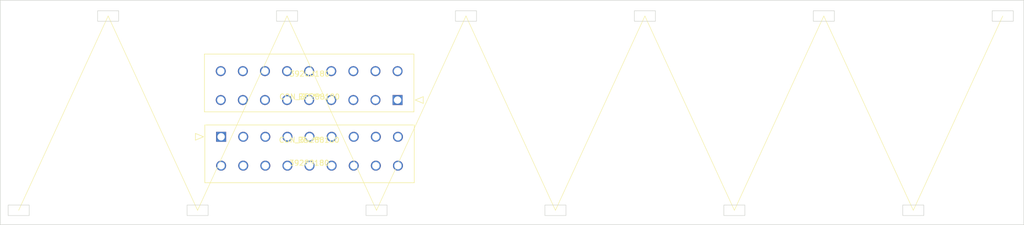
<source format=kicad_pcb>
(kicad_pcb (version 20211014) (generator pcbnew)
  (layers (0 "F.Cu" signal) (31 "B.Cu" signal) (34 "B.Paste" user) (35 "F.Paste" user) (36 "B.SilkS" user "B.Silkscreen") (37 "F.SilkS" user "F.Silkscreen") (38 "B.Mask" user) (39 "F.Mask" user) (44 "Edge.Cuts" user))
  (net 0 "")
  (footprint "FSAE_downloads:Molex minifit jr 18pin header 39288180" (layer "F.Cu") (at 109 91 180)
    (fp_text reference "REF**" (at 16.799992 -7.62) (layer "F.SilkS"))
    (fp_text value "CON_39288180" (at 16.799992 -7.62) (layer "F.SilkS"))
    (fp_text user "*" (at 0 0) (layer "F.SilkS"))
    (fp_text user "39288180" (at 16.799992 -11.989999) (layer "F.SilkS"))
    (fp_line (start -4.877969 0.635) (end -3.353969 0) (layer "F.SilkS") (width 0.12))
    (fp_line (start 36.699952 -2.250001) (end -3.099968 -2.250001) (layer "F.SilkS") (width 0.12))
    (fp_line (start 36.699952 8.75) (end 36.699952 -2.250001) (layer "F.SilkS") (width 0.12))
    (fp_line (start -3.099968 -2.250001) (end -3.099968 8.75) (layer "F.SilkS") (width 0.12))
    (fp_line (start -3.353969 0) (end -4.877969 -0.635) (layer "F.SilkS") (width 0.12))
    (fp_line (start -4.877969 -0.635) (end -4.877969 0.635) (layer "F.SilkS") (width 0.12))
    (fp_line (start -3.099968 8.75) (end 36.699952 8.75) (layer "F.SilkS") (width 0.12))
    (pad "1" thru_hole rect (at 0 0 180) (size 1.9 1.9) (drill 1.4) (layers F&B.Cu *.Mask))
    (pad "2" thru_hole circle (at 4.199999 0 180) (size 1.9 1.9) (drill 1.4) (layers F&B.Cu *.Mask))
    (pad "3" thru_hole circle (at 8.399998 0 180) (size 1.9 1.9) (drill 1.4) (layers F&B.Cu *.Mask))
    (pad "4" thru_hole circle (at 12.599998 0 180) (size 1.9 1.9) (drill 1.4) (layers F&B.Cu *.Mask))
    (pad "5" thru_hole circle (at 16.799997 0 180) (size 1.9 1.9) (drill 1.4) (layers F&B.Cu *.Mask))
    (pad "6" thru_hole circle (at 20.999996 0 180) (size 1.9 1.9) (drill 1.4) (layers F&B.Cu *.Mask))
    (pad "7" thru_hole circle (at 25.199995 0 180) (size 1.9 1.9) (drill 1.4) (layers F&B.Cu *.Mask))
    (pad "8" thru_hole circle (at 29.399995 0 180) (size 1.9 1.9) (drill 1.4) (layers F&B.Cu *.Mask))
    (pad "9" thru_hole circle (at 33.599994 0 180) (size 1.9 1.9) (drill 1.4) (layers F&B.Cu *.Mask))
    (pad "10" thru_hole circle (at 0 5.499999 180) (size 1.9 1.9) (drill 1.4) (layers F&B.Cu *.Mask))
    (pad "11" thru_hole circle (at 4.199999 5.499999 180) (size 1.9 1.9) (drill 1.4) (layers F&B.Cu *.Mask))
    (pad "12" thru_hole circle (at 8.399998 5.499999 180) (size 1.9 1.9) (drill 1.4) (layers F&B.Cu *.Mask))
    (pad "13" thru_hole circle (at 12.599998 5.499999 180) (size 1.9 1.9) (drill 1.4) (layers F&B.Cu *.Mask))
    (pad "14" thru_hole circle (at 16.799997 5.499999 180) (size 1.9 1.9) (drill 1.4) (layers F&B.Cu *.Mask))
    (pad "15" thru_hole circle (at 20.999996 5.499999 180) (size 1.9 1.9) (drill 1.4) (layers F&B.Cu *.Mask))
    (pad "16" thru_hole circle (at 25.199995 5.499999 180) (size 1.9 1.9) (drill 1.4) (layers F&B.Cu *.Mask))
    (pad "17" thru_hole circle (at 29.399995 5.499999 180) (size 1.9 1.9) (drill 1.4) (layers F&B.Cu *.Mask))
    (pad "18" thru_hole circle (at 33.599994 5.499999 180) (size 1.9 1.9) (drill 1.4) (layers F&B.Cu *.Mask))
  )
  (footprint "FSAE_downloads:Molex minifit jr 18pin header 39288180" (layer "F.Cu") (at 75.471509 98)
    (fp_text reference "REF**" (at 16.799992 -7.62) (layer "F.SilkS"))
    (fp_text value "CON_39288180" (at 16.799992 -7.62) (layer "F.SilkS"))
    (fp_text user "*" (at 0 0) (layer "F.SilkS"))
    (fp_text user "39288180" (at 16.799992 -11.989999) (layer "F.SilkS"))
    (fp_line (start -3.099968 -2.250001) (end -3.099968 8.75) (layer "F.SilkS") (width 0.12))
    (fp_line (start 36.699952 -2.250001) (end -3.099968 -2.250001) (layer "F.SilkS") (width 0.12))
    (fp_line (start -3.099968 8.75) (end 36.699952 8.75) (layer "F.SilkS") (width 0.12))
    (fp_line (start 36.699952 8.75) (end 36.699952 -2.250001) (layer "F.SilkS") (width 0.12))
    (fp_line (start -4.877969 0.635) (end -3.353969 0) (layer "F.SilkS") (width 0.12))
    (fp_line (start -4.877969 -0.635) (end -4.877969 0.635) (layer "F.SilkS") (width 0.12))
    (fp_line (start -3.353969 0) (end -4.877969 -0.635) (layer "F.SilkS") (width 0.12))
    (pad "1" thru_hole rect (at 0 0) (size 1.9 1.9) (drill 1.4) (layers *.Cu *.Mask))
    (pad "2" thru_hole circle (at 4.199999 0) (size 1.9 1.9) (drill 1.4) (layers *.Cu *.Mask))
    (pad "3" thru_hole circle (at 8.399998 0) (size 1.9 1.9) (drill 1.4) (layers *.Cu *.Mask))
    (pad "4" thru_hole circle (at 12.599998 0) (size 1.9 1.9) (drill 1.4) (layers *.Cu *.Mask))
    (pad "5" thru_hole circle (at 16.799997 0) (size 1.9 1.9) (drill 1.4) (layers *.Cu *.Mask))
    (pad "6" thru_hole circle (at 20.999996 0) (size 1.9 1.9) (drill 1.4) (layers *.Cu *.Mask))
    (pad "7" thru_hole circle (at 25.199995 0) (size 1.9 1.9) (drill 1.4) (layers *.Cu *.Mask))
    (pad "8" thru_hole circle (at 29.399995 0) (size 1.9 1.9) (drill 1.4) (layers *.Cu *.Mask))
    (pad "9" thru_hole circle (at 33.599994 0) (size 1.9 1.9) (drill 1.4) (layers *.Cu *.Mask))
    (pad "10" thru_hole circle (at 0 5.499999) (size 1.9 1.9) (drill 1.4) (layers *.Cu *.Mask))
    (pad "11" thru_hole circle (at 4.199999 5.499999) (size 1.9 1.9) (drill 1.4) (layers *.Cu *.Mask))
    (pad "12" thru_hole circle (at 8.399998 5.499999) (size 1.9 1.9) (drill 1.4) (layers *.Cu *.Mask))
    (pad "13" thru_hole circle (at 12.599998 5.499999) (size 1.9 1.9) (drill 1.4) (layers *.Cu *.Mask))
    (pad "14" thru_hole circle (at 16.799997 5.499999) (size 1.9 1.9) (drill 1.4) (layers *.Cu *.Mask))
    (pad "15" thru_hole circle (at 20.999996 5.499999) (size 1.9 1.9) (drill 1.4) (layers *.Cu *.Mask))
    (pad "16" thru_hole circle (at 25.199995 5.499999) (size 1.9 1.9) (drill 1.4) (layers *.Cu *.Mask))
    (pad "17" thru_hole circle (at 29.399995 5.499999) (size 1.9 1.9) (drill 1.4) (layers *.Cu *.Mask))
    (pad "18" thru_hole circle (at 33.599994 5.499999) (size 1.9 1.9) (drill 1.4) (layers *.Cu *.Mask))
  )
  (gr_line (start 105 112) (end 122 75) (layer "F.SilkS") (width 0.1))
  (gr_line (start 71 112) (end 88 75) (layer "F.SilkS") (width 0.1))
  (gr_line (start 190 75) (end 207 112) (layer "F.SilkS") (width 0.1))
  (gr_line (start 54 75) (end 71 112) (layer "F.SilkS") (width 0.1))
  (gr_line (start 88 75) (end 105 112) (layer "F.SilkS") (width 0.1))
  (gr_line (start 139 112) (end 156 75) (layer "F.SilkS") (width 0.1))
  (gr_line (start 156 75) (end 173 112) (layer "F.SilkS") (width 0.1))
  (gr_line (start 37 112) (end 54 75) (layer "F.SilkS") (width 0.1))
  (gr_line (start 173 112) (end 190 75) (layer "F.SilkS") (width 0.1))
  (gr_line (start 207 112) (end 224 75) (layer "F.SilkS") (width 0.1))
  (gr_line (start 122 75) (end 139 112) (layer "F.SilkS") (width 0.1))
  (gr_rect (start 69 113) (end 73 111) (layer "Edge.Cuts") (width 0.1) (fill none))
  (gr_rect (start 154 74) (end 158 76) (layer "Edge.Cuts") (width 0.1) (fill none))
  (gr_rect (start 188 74) (end 192 76) (layer "Edge.Cuts") (width 0.1) (fill none))
  (gr_rect (start 137 113) (end 141 111) (layer "Edge.Cuts") (width 0.1) (fill none))
  (gr_rect (start 171 111) (end 175 113) (layer "Edge.Cuts") (width 0.1) (fill none))
  (gr_rect (start 103 113) (end 107 111) (layer "Edge.Cuts") (width 0.1) (fill none))
  (gr_rect (start 52 74) (end 56 76) (layer "Edge.Cuts") (width 0.1) (fill none))
  (gr_rect (start 33.5 114.75) (end 228 72) (layer "Edge.Cuts") (width 0.1) (fill none))
  (gr_rect (start 120 74) (end 124 76) (layer "Edge.Cuts") (width 0.1) (fill none))
  (gr_rect (start 86 74) (end 90 76) (layer "Edge.Cuts") (width 0.1) (fill none))
  (gr_rect (start 35 113) (end 39 111) (layer "Edge.Cuts") (width 0.1) (fill none))
  (gr_rect (start 205 113) (end 209 111) (layer "Edge.Cuts") (width 0.1) (fill none))
  (gr_rect (start 222 74) (end 226 76) (layer "Edge.Cuts") (width 0.1) (fill none))
)
</source>
